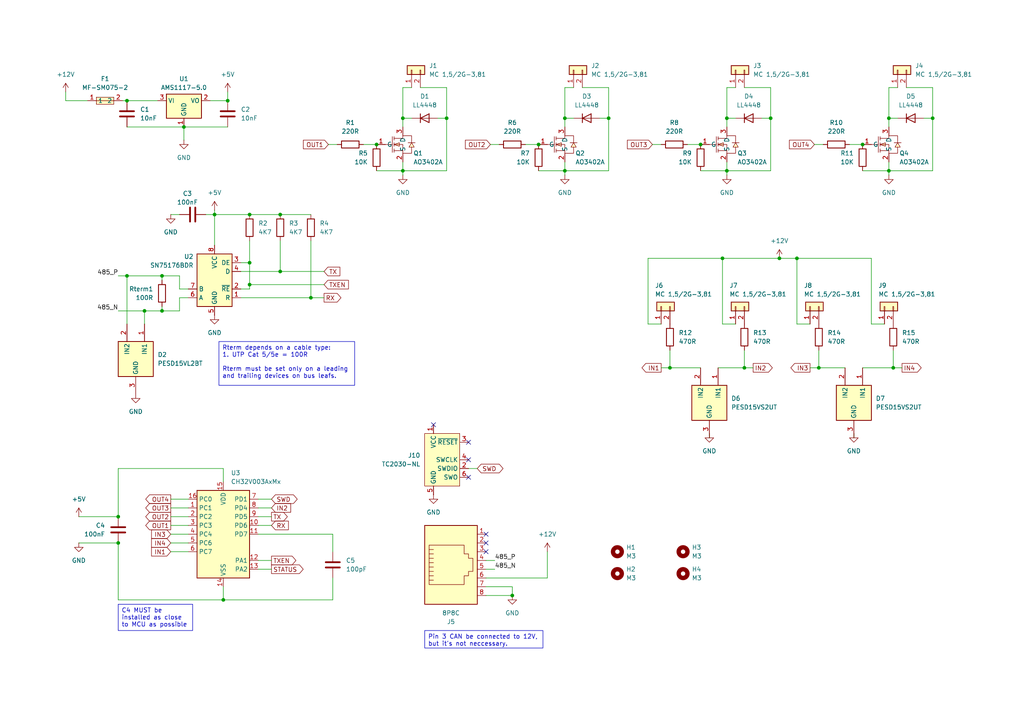
<source format=kicad_sch>
(kicad_sch (version 20250114) (generator "eeschema") (generator_version "9.0")
  (paper "A4")
  (title_block (title "Lamium") (date "2024-11-10") (rev "0.1") (company "B4CKSP4CE") (comment 1 "D. Nourell (@heyflo)") (comment 2 "CERN-OHL-S"))
  (lib_symbols
    (symbol "Connector:8P8C" (pin_names (offset 1.016))
      (property "Reference" "J" (at -5.08 13.97 0))
      (property "Value" "8P8C" (at 2.54 13.97 0))
      (symbol "8P8C_0_1"
        (polyline (pts (xy -6.35 1.905) (xy -5.08 1.905) (xy -5.08 1.905)))
        (polyline (pts (xy -6.35 0.635) (xy -5.08 0.635) (xy -5.08 0.635)))
        (polyline (pts (xy -6.35 -0.635) (xy -5.08 -0.635) (xy -5.08 -0.635)))
        (polyline (pts (xy -6.35 -1.905) (xy -5.08 -1.905) (xy -5.08 -1.905)))
        (polyline (pts (xy -6.35 -3.175) (xy -5.08 -3.175) (xy -5.08 -3.175)))
        (polyline (pts (xy -6.35 -4.445) (xy -6.35 6.985) (xy 3.81 6.985) (xy 3.81 4.445) (xy 5.08 4.445) (xy 5.08 3.175) (xy 6.35 3.175) (xy 6.35 -0.635) (xy 5.08 -0.635) (xy 5.08 -1.905) (xy 3.81 -1.905) (xy 3.81 -4.445) (xy -6.35 -4.445) (xy -6.35 -4.445)))
        (polyline (pts (xy -5.08 5.715) (xy -6.35 5.715)))
        (polyline (pts (xy -5.08 4.445) (xy -6.35 4.445)))
        (polyline (pts (xy -5.08 3.175) (xy -6.35 3.175) (xy -6.35 3.175)))
        (rectangle (start 7.62 12.7) (end -7.62 -10.16) (stroke (width 0.254)) (fill (type background)))
      )
      (symbol "8P8C_1_1"
        (pin passive line (at 10.16 10.16 180) (length 2.54) (name "~") (number "8"))
        (pin passive line (at 10.16 7.62 180) (length 2.54) (name "~") (number "7"))
        (pin passive line (at 10.16 5.08 180) (length 2.54) (name "~") (number "6"))
        (pin passive line (at 10.16 2.54 180) (length 2.54) (name "~") (number "5"))
        (pin passive line (at 10.16 0 180) (length 2.54) (name "~") (number "4"))
        (pin passive line (at 10.16 -2.54 180) (length 2.54) (name "~") (number "3"))
        (pin passive line (at 10.16 -5.08 180) (length 2.54) (name "~") (number "2"))
        (pin passive line (at 10.16 -7.62 180) (length 2.54) (name "~") (number "1"))
      )
    )
    (symbol "Connector:Conn_ARM_SWD_TagConnect_TC2030-NL" (in_bom no)
      (property "Reference" "J" (at 2.54 11.43 0))
      (property "Value" "Conn_ARM_SWD_TagConnect_TC2030-NL" (at 2.54 8.89 0))
      (symbol "Conn_ARM_SWD_TagConnect_TC2030-NL_0_0"
        (pin power_in line (at -2.54 10.16 270) (length 2.54) (name "VCC") (number "1"))
        (pin power_in line (at -2.54 -10.16 90) (length 2.54) (name "GND") (number "5"))
        (pin open_collector line (at 7.62 5.08 180) (length 2.54) (name "~{RESET}") (number "3"))
        (pin output line (at 7.62 0 180) (length 2.54) (name "SWCLK") (number "4"))
        (pin bidirectional line (at 7.62 -2.54 180) (length 2.54) (name "SWDIO") (number "2"))
        (pin input line (at 7.62 -5.08 180) (length 2.54) (name "SWO") (number "6"))
      )
      (symbol "Conn_ARM_SWD_TagConnect_TC2030-NL_0_1"
        (rectangle (start -5.08 7.62) (end 5.08 -7.62) (fill (type background)))
      )
    )
    (symbol "Connector_Generic:Conn_01x02" (pin_names (offset 1.016) (hide yes))
      (property "Reference" "J" (at 0 2.54 0))
      (property "Value" "Conn_01x02" (at 0 -5.08 0))
      (symbol "Conn_01x02_1_1"
        (rectangle (start -1.27 1.27) (end 1.27 -3.81) (stroke (width 0.254)) (fill (type background)))
        (rectangle (start -1.27 0.127) (end 0 -0.127) (stroke (width 0.1524)))
        (rectangle (start -1.27 -2.413) (end 0 -2.667) (stroke (width 0.1524)))
        (pin passive line (at -5.08 0 0) (length 3.81) (name "Pin_1") (number "1"))
        (pin passive line (at -5.08 -2.54 0) (length 3.81) (name "Pin_2") (number "2"))
      )
    )
    (symbol "Custom:AO3402A"
      (property "Reference" "Q" (at 0 10.16 0))
      (property "Value" "AO3402A" (at 0 -10.16 0))
      (symbol "AO3402A_0_1"
        (polyline (pts (xy -5.08 0) (xy -3.05 0)))
        (polyline (pts (xy -3.05 2.29) (xy -3.05 -2.29)))
        (polyline (pts (xy -2.54 2.29) (xy -2.54 1.27)))
        (polyline (pts (xy -2.54 1.78) (xy 0 1.78) (xy 0 2.54) (xy 2.54 2.54) (xy 2.54 0.51)))
        (polyline (pts (xy -2.54 0) (xy -1.02 -0.51) (xy -1.02 0.51) (xy -2.54 0)) (fill (type background)))
        (polyline (pts (xy -2.54 0) (xy 0 0) (xy 0 -2.54) (xy 2.54 -2.54) (xy 2.54 -0.76)))
        (polyline (pts (xy -2.54 -0.51) (xy -2.54 0.51)))
        (polyline (pts (xy -2.54 -2.29) (xy -2.54 -1.27)))
        (polyline (pts (xy 0 -1.78) (xy -2.54 -1.78)))
        (polyline (pts (xy 2.54 0.51) (xy 1.78 -0.76) (xy 3.3 -0.76) (xy 2.54 0.51)) (fill (type background)))
        (polyline (pts (xy 3.56 0.51) (xy 3.05 0.51) (xy 2.03 0.51) (xy 1.52 0.51)))
        (pin unspecified line (at -7.62 0 0) (length 2.54) (name "G") (number "1"))
        (pin unspecified line (at 0 5.08 270) (length 2.54) (name "D") (number "3"))
        (pin unspecified line (at 0 -5.08 90) (length 2.54) (name "S") (number "2"))
      )
    )
    (symbol "Custom:MF-SM075-2"
      (property "Reference" "F" (at 0 5.08 0))
      (property "Value" "MF-SM075-2" (at 0 -5.08 0))
      (symbol "MF-SM075-2_0_1"
        (rectangle (start -2.54 1.02) (end 2.54 -1.02) (fill (type background)))
        (polyline (pts (xy -2.54 0) (xy 2.54 0)))
      )
      (symbol "MF-SM075-2_1_1"
        (pin bidirectional line (at -5.08 0 0) (length 2.54) (name "1") (number "1"))
        (pin bidirectional line (at 5.08 0 180) (length 2.54) (name "2") (number "2"))
      )
    )
    (symbol "Custom:PESD12VL2BT"
      (property "Reference" "D" (at 5.08 8.636 0))
      (property "Value" "PESD15VL2BT" (at 5.08 6.096 0))
      (symbol "PESD12VL2BT_1_1"
        (rectangle (start 5.08 3.81) (end 15.24 -6.35) (stroke (width 0.254)) (fill (type background)))
        (pin passive line (at 0 1.27 0) (length 5.08) (name "IN1") (number "1"))
        (pin passive line (at 0 -3.81 0) (length 5.08) (name "IN2") (number "2"))
        (pin passive line (at 20.32 -1.27 180) (length 5.08) (name "GND") (number "3"))
      )
    )
    (symbol "Custom:PESD15VS2UT"
      (property "Reference" "D" (at 16.51 6.096 0))
      (property "Value" "PESD15VS2UT" (at 16.51 3.556 0))
      (symbol "PESD15VS2UT_1_1"
        (rectangle (start 5.08 3.81) (end 15.24 -6.35) (stroke (width 0.254)) (fill (type background)))
        (pin passive line (at 0 1.27 0) (length 5.08) (name "IN1") (number "1"))
        (pin passive line (at 0 -3.81 0) (length 5.08) (name "IN2") (number "2"))
        (pin passive line (at 20.32 -1.27 180) (length 5.08) (name "GND") (number "3"))
      )
    )
    (symbol "Custom:SN75176BDR"
      (property "Reference" "U" (at -4.318 8.89 0))
      (property "Value" "SN75176BDR" (at 1.016 8.89 0))
      (symbol "SN75176BDR_0_1"
        (rectangle (start -5.08 7.62) (end 5.08 -7.62) (stroke (width 0.254)) (fill (type background)))
      )
      (symbol "SN75176BDR_1_1"
        (pin input line (at -7.62 5.08 0) (length 2.54) (name "DE") (number "3"))
        (pin input line (at -7.62 2.54 0) (length 2.54) (name "D") (number "4"))
        (pin input line (at -7.62 -2.54 0) (length 2.54) (name "~{RE}") (number "2"))
        (pin output line (at -7.62 -5.08 0) (length 2.54) (name "R") (number "1"))
        (pin power_in line (at 0 10.16 270) (length 2.54) (name "VCC") (number "8"))
        (pin power_in line (at 0 -10.16 90) (length 2.54) (name "GND") (number "5"))
        (pin bidirectional line (at 7.62 -2.54 180) (length 2.54) (name "B") (number "7"))
        (pin bidirectional line (at 7.62 -5.08 180) (length 2.54) (name "A") (number "6"))
      )
    )
    (symbol "Device:C" (pin_numbers (hide yes)) (pin_names (offset 0.254))
      (property "Reference" "C" (at 0.635 2.54 0))
      (property "Value" "C" (at 0.635 -2.54 0))
      (symbol "C_0_1"
        (polyline (pts (xy -2.032 0.762) (xy 2.032 0.762)) (stroke (width 0.508)))
        (polyline (pts (xy -2.032 -0.762) (xy 2.032 -0.762)) (stroke (width 0.508)))
      )
      (symbol "C_1_1"
        (pin passive line (at 0 3.81 270) (length 2.794) (name "~") (number "1"))
        (pin passive line (at 0 -3.81 90) (length 2.794) (name "~") (number "2"))
      )
    )
    (symbol "Device:R" (pin_numbers (hide yes)) (pin_names (offset 0))
      (property "Reference" "R" (at 2.032 0 90))
      (property "Value" "R" (at 0 0 90))
      (symbol "R_0_1"
        (rectangle (start -1.016 -2.54) (end 1.016 2.54) (stroke (width 0.254)))
      )
      (symbol "R_1_1"
        (pin passive line (at 0 3.81 270) (length 1.27) (name "~") (number "1"))
        (pin passive line (at 0 -3.81 90) (length 1.27) (name "~") (number "2"))
      )
    )
    (symbol "Diode:LL4448" (pin_numbers (hide yes)) (pin_names (hide yes))
      (property "Reference" "D" (at 0 2.54 0))
      (property "Value" "LL4448" (at 0 -2.54 0))
      (symbol "LL4448_0_1"
        (polyline (pts (xy -1.27 1.27) (xy -1.27 -1.27)) (stroke (width 0.254)))
        (polyline (pts (xy 1.27 1.27) (xy 1.27 -1.27) (xy -1.27 0) (xy 1.27 1.27)) (stroke (width 0.254)))
        (polyline (pts (xy 1.27 0) (xy -1.27 0)))
      )
      (symbol "LL4448_1_1"
        (pin passive line (at -3.81 0 0) (length 2.54) (name "K") (number "1"))
        (pin passive line (at 3.81 0 180) (length 2.54) (name "A") (number "2"))
      )
    )
    (symbol "MCU_WCH_CH32V0:CH32V003AxMx"
      (property "Reference" "U" (at -7.62 15.24 0))
      (property "Value" "CH32V003AxMx" (at 7.62 15.24 0))
      (symbol "CH32V003AxMx_1_1"
        (rectangle (start -7.62 12.7) (end 7.62 -12.7) (stroke (width 0.254)) (fill (type background)))
        (pin bidirectional line (at -10.16 10.16 0) (length 2.54) (name "PC0") (number "16"))
        (pin bidirectional line (at -10.16 7.62 0) (length 2.54) (name "PC1") (number "1"))
        (pin bidirectional line (at -10.16 5.08 0) (length 2.54) (name "PC2") (number "2"))
        (pin bidirectional line (at -10.16 2.54 0) (length 2.54) (name "PC3") (number "3"))
        (pin bidirectional line (at -10.16 0 0) (length 2.54) (name "PC4") (number "4"))
        (pin bidirectional line (at -10.16 -2.54 0) (length 2.54) (name "PC6") (number "5"))
        (pin bidirectional line (at -10.16 -5.08 0) (length 2.54) (name "PC7") (number "6"))
        (pin power_in line (at 0 15.24 270) (length 2.54) (name "VDD") (number "15"))
        (pin power_in line (at 0 -15.24 90) (length 2.54) (name "VSS") (number "14"))
        (pin bidirectional line (at 10.16 10.16 180) (length 2.54) (name "PD1") (number "7"))
        (pin bidirectional line (at 10.16 7.62 180) (length 2.54) (name "PD4") (number "8"))
        (pin bidirectional line (at 10.16 5.08 180) (length 2.54) (name "PD5") (number "9"))
        (pin bidirectional line (at 10.16 2.54 180) (length 2.54) (name "PD6") (number "10"))
        (pin bidirectional line (at 10.16 0 180) (length 2.54) (name "PD7") (number "11"))
        (pin bidirectional line (at 10.16 -7.62 180) (length 2.54) (name "PA1") (number "12"))
        (pin bidirectional line (at 10.16 -10.16 180) (length 2.54) (name "PA2") (number "13"))
      )
    )
    (symbol "Mechanical:MountingHole" (pin_names (offset 1.016)) (exclude_from_sim yes) (in_bom no)
      (property "Reference" "H" (at 0 5.08 0))
      (property "Value" "MountingHole" (at 0 3.175 0))
      (symbol "MountingHole_0_1"
        (circle (center 0 0) (radius 1.27) (stroke (width 1.27)))
      )
    )
    (symbol "Regulator_Linear:AMS1117-5.0"
      (property "Reference" "U" (at -3.81 3.175 0))
      (property "Value" "AMS1117-5.0" (at 0 3.175 0))
      (symbol "AMS1117-5.0_0_1"
        (rectangle (start -5.08 -5.08) (end 5.08 1.905) (stroke (width 0.254)) (fill (type background)))
      )
      (symbol "AMS1117-5.0_1_1"
        (pin power_in line (at -7.62 0 0) (length 2.54) (name "VI") (number "3"))
        (pin power_in line (at 0 -7.62 90) (length 2.54) (name "GND") (number "1"))
        (pin power_out line (at 7.62 0 180) (length 2.54) (name "VO") (number "2"))
      )
    )
    (symbol "power:+12V" (power) (pin_numbers (hide yes)) (pin_names (offset 0) (hide yes))
      (property "Value" "+12V" (at 0 3.556 0))
      (symbol "+12V_0_1"
        (polyline (pts (xy -0.762 1.27) (xy 0 2.54)))
        (polyline (pts (xy 0 2.54) (xy 0.762 1.27)))
        (polyline (pts (xy 0 0) (xy 0 2.54)))
      )
      (symbol "+12V_1_1"
        (pin power_in line (at 0 0 90) (length 0) (name "~") (number "1"))
      )
    )
    (symbol "power:+5V" (power) (pin_numbers (hide yes)) (pin_names (offset 0) (hide yes))
      (property "Value" "+5V" (at 0 3.556 0))
      (symbol "+5V_0_1"
        (polyline (pts (xy -0.762 1.27) (xy 0 2.54)))
        (polyline (pts (xy 0 2.54) (xy 0.762 1.27)))
        (polyline (pts (xy 0 0) (xy 0 2.54)))
      )
      (symbol "+5V_1_1"
        (pin power_in line (at 0 0 90) (length 0) (name "~") (number "1"))
      )
    )
    (symbol "power:GND" (power) (pin_numbers (hide yes)) (pin_names (offset 0) (hide yes))
      (property "Value" "GND" (at 0 -3.81 0))
      (symbol "GND_0_1"
        (polyline (pts (xy 0 0) (xy 0 -1.27) (xy 1.27 -1.27) (xy 0 -2.54) (xy -1.27 -1.27) (xy 0 -1.27)))
      )
      (symbol "GND_1_1"
        (pin power_in line (at 0 0 270) (length 0) (name "~") (number "1"))
      )
    )
  )
  (text_box "C4 MUST be installed as close to MCU as possible" (at 34.29 175.26 0) (size 21.59 7.62) (margins 0.9525 0.9525 0.9525 0.9525) (effects (font (size 1.27 1.27) (thickness 0.1588)) (justify left top)))
  (text_box "Pin 3 CAN be connected to 12V,\nbut it's not neccessary." (at 123.19 182.88 0) (size 34.29 5.08) (margins 0.9525 0.9525 0.9525 0.9525) (effects (font (size 1.27 1.27) (thickness 0.1588)) (justify left top)))
  (text_box "Rterm depends on a cable type:\n1. UTP Cat 5/5e = 100R\n\nRterm must be set only on a leading \nand trailing devices on bus leafs." (at 63.5 99.06 0) (size 39.37 12.7) (margins 0.9525 0.9525 0.9525 0.9525) (effects (font (size 1.27 1.27) (thickness 0.1588)) (justify left top)))
  (junction (at 129.54 34.29))
  (junction (at 34.29 149.86))
  (junction (at 36.83 29.21))
  (junction (at 81.28 62.23))
  (junction (at 64.77 173.99))
  (junction (at 62.23 62.23))
  (junction (at 259.08 106.68))
  (junction (at 163.83 49.53))
  (junction (at 148.59 172.72))
  (junction (at 257.81 49.53))
  (junction (at 81.28 78.74))
  (junction (at 72.39 82.55))
  (junction (at 250.19 41.91))
  (junction (at 210.82 49.53))
  (junction (at 36.83 80.01))
  (junction (at 237.49 106.68))
  (junction (at 72.39 62.23))
  (junction (at 210.82 34.29))
  (junction (at 34.29 157.48))
  (junction (at 203.2 41.91))
  (junction (at 215.9 106.68))
  (junction (at 163.83 34.29))
  (junction (at 90.17 86.36))
  (junction (at 226.06 74.93))
  (junction (at 109.22 41.91))
  (junction (at 156.21 41.91))
  (junction (at 194.31 106.68))
  (junction (at 209.55 74.93))
  (junction (at 231.14 74.93))
  (junction (at 41.91 90.17))
  (junction (at 53.34 36.83))
  (junction (at 46.99 80.01))
  (junction (at 270.51 34.29))
  (junction (at 116.84 34.29))
  (junction (at 223.52 34.29))
  (junction (at 46.99 90.17))
  (junction (at 257.81 34.29))
  (junction (at 176.53 34.29))
  (junction (at 72.39 76.2))
  (junction (at 66.04 29.21))
  (junction (at 116.84 49.53))
  (no_connect (at 125.73 123.19))
  (no_connect (at 140.97 157.48))
  (no_connect (at 135.89 128.27))
  (no_connect (at 140.97 160.02))
  (no_connect (at 140.97 154.94))
  (no_connect (at 135.89 138.43))
  (no_connect (at 135.89 133.35))
  (wire (pts (xy 49.53 152.4) (xy 54.61 152.4)))
  (wire (pts (xy 247.65 127) (xy 247.65 125.73)))
  (wire (pts (xy 237.49 101.6) (xy 237.49 106.68)))
  (wire (pts (xy 215.9 106.68) (xy 218.44 106.68)))
  (wire (pts (xy 119.38 34.29) (xy 116.84 34.29)))
  (wire (pts (xy 59.69 62.23) (xy 62.23 62.23)))
  (wire (pts (xy 49.53 160.02) (xy 54.61 160.02)))
  (wire (pts (xy 210.82 49.53) (xy 210.82 50.8)))
  (wire (pts (xy 96.52 173.99) (xy 96.52 167.64)))
  (wire (pts (xy 62.23 62.23) (xy 62.23 71.12)))
  (wire (pts (xy 74.93 144.78) (xy 78.74 144.78)))
  (wire (pts (xy 140.97 165.1) (xy 143.51 165.1)))
  (wire (pts (xy 19.05 26.67) (xy 19.05 29.21)))
  (wire (pts (xy 262.89 25.4) (xy 270.51 25.4)))
  (wire (pts (xy 166.37 25.4) (xy 163.83 25.4)))
  (wire (pts (xy 142.24 41.91) (xy 144.78 41.91)))
  (wire (pts (xy 166.37 34.29) (xy 163.83 34.29)))
  (wire (pts (xy 208.28 106.68) (xy 215.9 106.68)))
  (wire (pts (xy 49.53 149.86) (xy 54.61 149.86)))
  (wire (pts (xy 109.22 49.53) (xy 116.84 49.53)))
  (wire (pts (xy 121.92 25.4) (xy 129.54 25.4)))
  (wire (pts (xy 234.95 106.68) (xy 237.49 106.68)))
  (wire (pts (xy 163.83 49.53) (xy 163.83 50.8)))
  (wire (pts (xy 191.77 106.68) (xy 194.31 106.68)))
  (wire (pts (xy 36.83 80.01) (xy 46.99 80.01)))
  (wire (pts (xy 116.84 34.29) (xy 116.84 36.83)))
  (wire (pts (xy 129.54 34.29) (xy 129.54 49.53)))
  (wire (pts (xy 46.99 80.01) (xy 46.99 81.28)))
  (wire (pts (xy 53.34 36.83) (xy 53.34 40.64)))
  (wire (pts (xy 49.53 157.48) (xy 54.61 157.48)))
  (wire (pts (xy 52.07 86.36) (xy 54.61 86.36)))
  (wire (pts (xy 215.9 106.68) (xy 215.9 101.6)))
  (wire (pts (xy 203.2 49.53) (xy 210.82 49.53)))
  (wire (pts (xy 270.51 25.4) (xy 270.51 34.29)))
  (wire (pts (xy 72.39 82.55) (xy 93.98 82.55)))
  (wire (pts (xy 46.99 88.9) (xy 46.99 90.17)))
  (wire (pts (xy 257.81 49.53) (xy 257.81 50.8)))
  (wire (pts (xy 270.51 34.29) (xy 270.51 49.53)))
  (wire (pts (xy 152.4 41.91) (xy 156.21 41.91)))
  (wire (pts (xy 36.83 80.01) (xy 36.83 93.98)))
  (wire (pts (xy 194.31 101.6) (xy 194.31 106.68)))
  (wire (pts (xy 213.36 34.29) (xy 210.82 34.29)))
  (wire (pts (xy 140.97 170.18) (xy 148.59 170.18)))
  (wire (pts (xy 49.53 144.78) (xy 54.61 144.78)))
  (wire (pts (xy 52.07 90.17) (xy 52.07 86.36)))
  (wire (pts (xy 246.38 41.91) (xy 250.19 41.91)))
  (wire (pts (xy 74.93 152.4) (xy 78.74 152.4)))
  (wire (pts (xy 81.28 78.74) (xy 81.28 69.85)))
  (wire (pts (xy 116.84 46.99) (xy 116.84 49.53)))
  (wire (pts (xy 96.52 154.94) (xy 96.52 160.02)))
  (wire (pts (xy 36.83 29.21) (xy 45.72 29.21)))
  (wire (pts (xy 138.43 135.89) (xy 135.89 135.89)))
  (wire (pts (xy 72.39 69.85) (xy 72.39 76.2)))
  (wire (pts (xy 46.99 90.17) (xy 52.07 90.17)))
  (wire (pts (xy 66.04 26.67) (xy 66.04 29.21)))
  (wire (pts (xy 187.96 74.93) (xy 209.55 74.93)))
  (wire (pts (xy 210.82 49.53) (xy 223.52 49.53)))
  (wire (pts (xy 34.29 149.86) (xy 34.29 135.89)))
  (wire (pts (xy 34.29 157.48) (xy 34.29 173.99)))
  (wire (pts (xy 148.59 172.72) (xy 140.97 172.72)))
  (wire (pts (xy 41.91 90.17) (xy 46.99 90.17)))
  (wire (pts (xy 49.53 154.94) (xy 54.61 154.94)))
  (wire (pts (xy 209.55 74.93) (xy 226.06 74.93)))
  (wire (pts (xy 60.96 29.21) (xy 66.04 29.21)))
  (wire (pts (xy 72.39 62.23) (xy 81.28 62.23)))
  (wire (pts (xy 74.93 154.94) (xy 96.52 154.94)))
  (wire (pts (xy 34.29 173.99) (xy 64.77 173.99)))
  (wire (pts (xy 148.59 170.18) (xy 148.59 172.72)))
  (wire (pts (xy 64.77 173.99) (xy 96.52 173.99)))
  (wire (pts (xy 140.97 162.56) (xy 143.51 162.56)))
  (wire (pts (xy 49.53 147.32) (xy 54.61 147.32)))
  (wire (pts (xy 252.73 93.98) (xy 256.54 93.98)))
  (wire (pts (xy 168.91 25.4) (xy 176.53 25.4)))
  (wire (pts (xy 158.75 160.02) (xy 158.75 167.64)))
  (wire (pts (xy 105.41 41.91) (xy 109.22 41.91)))
  (wire (pts (xy 64.77 173.99) (xy 64.77 170.18)))
  (wire (pts (xy 116.84 49.53) (xy 129.54 49.53)))
  (wire (pts (xy 205.74 125.73) (xy 205.74 127)))
  (wire (pts (xy 62.23 60.96) (xy 62.23 62.23)))
  (wire (pts (xy 250.19 49.53) (xy 257.81 49.53)))
  (wire (pts (xy 62.23 62.23) (xy 72.39 62.23)))
  (wire (pts (xy 158.75 167.64) (xy 140.97 167.64)))
  (wire (pts (xy 257.81 49.53) (xy 270.51 49.53)))
  (wire (pts (xy 72.39 82.55) (xy 72.39 83.82)))
  (wire (pts (xy 81.28 78.74) (xy 93.98 78.74)))
  (wire (pts (xy 209.55 93.98) (xy 209.55 74.93)))
  (wire (pts (xy 231.14 74.93) (xy 252.73 74.93)))
  (wire (pts (xy 69.85 86.36) (xy 90.17 86.36)))
  (wire (pts (xy 64.77 135.89) (xy 64.77 139.7)))
  (wire (pts (xy 260.35 25.4) (xy 257.81 25.4)))
  (wire (pts (xy 95.25 41.91) (xy 97.79 41.91)))
  (wire (pts (xy 215.9 25.4) (xy 223.52 25.4)))
  (wire (pts (xy 163.83 49.53) (xy 176.53 49.53)))
  (wire (pts (xy 213.36 25.4) (xy 210.82 25.4)))
  (wire (pts (xy 41.91 93.98) (xy 41.91 90.17)))
  (wire (pts (xy 52.07 83.82) (xy 54.61 83.82)))
  (wire (pts (xy 35.56 29.21) (xy 36.83 29.21)))
  (wire (pts (xy 260.35 34.29) (xy 257.81 34.29)))
  (wire (pts (xy 176.53 34.29) (xy 176.53 49.53)))
  (wire (pts (xy 220.98 34.29) (xy 223.52 34.29)))
  (wire (pts (xy 231.14 93.98) (xy 231.14 74.93)))
  (wire (pts (xy 34.29 135.89) (xy 64.77 135.89)))
  (wire (pts (xy 234.95 93.98) (xy 231.14 93.98)))
  (wire (pts (xy 252.73 74.93) (xy 252.73 93.98)))
  (wire (pts (xy 226.06 74.93) (xy 231.14 74.93)))
  (wire (pts (xy 267.97 34.29) (xy 270.51 34.29)))
  (wire (pts (xy 90.17 86.36) (xy 93.98 86.36)))
  (wire (pts (xy 213.36 93.98) (xy 209.55 93.98)))
  (wire (pts (xy 53.34 36.83) (xy 66.04 36.83)))
  (wire (pts (xy 187.96 93.98) (xy 187.96 74.93)))
  (wire (pts (xy 116.84 49.53) (xy 116.84 50.8)))
  (wire (pts (xy 127 34.29) (xy 129.54 34.29)))
  (wire (pts (xy 210.82 46.99) (xy 210.82 49.53)))
  (wire (pts (xy 81.28 62.23) (xy 90.17 62.23)))
  (wire (pts (xy 22.86 149.86) (xy 34.29 149.86)))
  (wire (pts (xy 236.22 41.91) (xy 238.76 41.91)))
  (wire (pts (xy 257.81 25.4) (xy 257.81 34.29)))
  (wire (pts (xy 74.93 162.56) (xy 78.74 162.56)))
  (wire (pts (xy 129.54 25.4) (xy 129.54 34.29)))
  (wire (pts (xy 34.29 80.01) (xy 36.83 80.01)))
  (wire (pts (xy 34.29 90.17) (xy 41.91 90.17)))
  (wire (pts (xy 237.49 106.68) (xy 245.11 106.68)))
  (wire (pts (xy 74.93 147.32) (xy 78.74 147.32)))
  (wire (pts (xy 199.39 41.91) (xy 203.2 41.91)))
  (wire (pts (xy 163.83 34.29) (xy 163.83 36.83)))
  (wire (pts (xy 49.53 62.23) (xy 52.07 62.23)))
  (wire (pts (xy 223.52 25.4) (xy 223.52 34.29)))
  (wire (pts (xy 72.39 76.2) (xy 72.39 82.55)))
  (wire (pts (xy 176.53 25.4) (xy 176.53 34.29)))
  (wire (pts (xy 163.83 46.99) (xy 163.83 49.53)))
  (wire (pts (xy 69.85 76.2) (xy 72.39 76.2)))
  (wire (pts (xy 223.52 34.29) (xy 223.52 49.53)))
  (wire (pts (xy 189.23 41.91) (xy 191.77 41.91)))
  (wire (pts (xy 119.38 25.4) (xy 116.84 25.4)))
  (wire (pts (xy 116.84 25.4) (xy 116.84 34.29)))
  (wire (pts (xy 257.81 46.99) (xy 257.81 49.53)))
  (wire (pts (xy 257.81 34.29) (xy 257.81 36.83)))
  (wire (pts (xy 74.93 165.1) (xy 78.74 165.1)))
  (wire (pts (xy 173.99 34.29) (xy 176.53 34.29)))
  (wire (pts (xy 36.83 36.83) (xy 53.34 36.83)))
  (wire (pts (xy 156.21 49.53) (xy 163.83 49.53)))
  (wire (pts (xy 210.82 25.4) (xy 210.82 34.29)))
  (wire (pts (xy 19.05 29.21) (xy 25.4 29.21)))
  (wire (pts (xy 52.07 80.01) (xy 52.07 83.82)))
  (wire (pts (xy 259.08 106.68) (xy 261.62 106.68)))
  (wire (pts (xy 72.39 83.82) (xy 69.85 83.82)))
  (wire (pts (xy 22.86 157.48) (xy 34.29 157.48)))
  (wire (pts (xy 90.17 86.36) (xy 90.17 69.85)))
  (wire (pts (xy 69.85 78.74) (xy 81.28 78.74)))
  (wire (pts (xy 46.99 80.01) (xy 52.07 80.01)))
  (wire (pts (xy 210.82 34.29) (xy 210.82 36.83)))
  (wire (pts (xy 163.83 25.4) (xy 163.83 34.29)))
  (wire (pts (xy 74.93 149.86) (xy 78.74 149.86)))
  (wire (pts (xy 250.19 106.68) (xy 259.08 106.68)))
  (wire (pts (xy 259.08 106.68) (xy 259.08 101.6)))
  (wire (pts (xy 191.77 93.98) (xy 187.96 93.98)))
  (wire (pts (xy 194.31 106.68) (xy 203.2 106.68)))
  (label "485_P" (at 34.29 80.01 180))
  (label "485_N" (at 143.51 165.1 0))
  (label "485_N" (at 34.29 90.17 180))
  (label "485_P" (at 143.51 162.56 0))
  (global_label "IN1" (shape input) (at 49.53 160.02 180) (property "Intersheetrefs" "${INTERSHEET_REFS}" (effects (hide yes))))
  (global_label "SWD" (shape bidirectional) (at 138.43 135.89 0) (property "Intersheetrefs" "${INTERSHEET_REFS}" (effects (hide yes))))
  (global_label "TXEN" (shape output) (at 78.74 162.56 0) (property "Intersheetrefs" "${INTERSHEET_REFS}" (effects (hide yes))))
  (global_label "IN4" (shape input) (at 49.53 157.48 180) (property "Intersheetrefs" "${INTERSHEET_REFS}" (effects (hide yes))))
  (global_label "IN2" (shape output) (at 218.44 106.68 0) (property "Intersheetrefs" "${INTERSHEET_REFS}" (effects (hide yes))))
  (global_label "OUT3" (shape input) (at 189.23 41.91 180) (property "Intersheetrefs" "${INTERSHEET_REFS}" (effects (hide yes))))
  (global_label "OUT3" (shape output) (at 49.53 147.32 180) (property "Intersheetrefs" "${INTERSHEET_REFS}" (effects (hide yes))))
  (global_label "OUT1" (shape output) (at 49.53 152.4 180) (property "Intersheetrefs" "${INTERSHEET_REFS}" (effects (hide yes))))
  (global_label "OUT4" (shape output) (at 49.53 144.78 180) (property "Intersheetrefs" "${INTERSHEET_REFS}" (effects (hide yes))))
  (global_label "IN2" (shape input) (at 78.74 147.32 0) (property "Intersheetrefs" "${INTERSHEET_REFS}" (effects (hide yes))))
  (global_label "TX" (shape output) (at 78.74 149.86 0) (property "Intersheetrefs" "${INTERSHEET_REFS}" (effects (hide yes))))
  (global_label "IN3" (shape input) (at 49.53 154.94 180) (property "Intersheetrefs" "${INTERSHEET_REFS}" (effects (hide yes))))
  (global_label "RX" (shape output) (at 93.98 86.36 0) (property "Intersheetrefs" "${INTERSHEET_REFS}" (effects (hide yes))))
  (global_label "OUT4" (shape input) (at 236.22 41.91 180) (property "Intersheetrefs" "${INTERSHEET_REFS}" (effects (hide yes))))
  (global_label "IN1" (shape output) (at 191.77 106.68 180) (property "Intersheetrefs" "${INTERSHEET_REFS}" (effects (hide yes))))
  (global_label "STATUS" (shape output) (at 78.74 165.1 0) (property "Intersheetrefs" "${INTERSHEET_REFS}" (effects (hide yes))))
  (global_label "IN4" (shape output) (at 261.62 106.68 0) (property "Intersheetrefs" "${INTERSHEET_REFS}" (effects (hide yes))))
  (global_label "RX" (shape input) (at 78.74 152.4 0) (property "Intersheetrefs" "${INTERSHEET_REFS}" (effects (hide yes))))
  (global_label "OUT1" (shape input) (at 95.25 41.91 180) (property "Intersheetrefs" "${INTERSHEET_REFS}" (effects (hide yes))))
  (global_label "OUT2" (shape input) (at 142.24 41.91 180) (property "Intersheetrefs" "${INTERSHEET_REFS}" (effects (hide yes))))
  (global_label "OUT2" (shape output) (at 49.53 149.86 180) (property "Intersheetrefs" "${INTERSHEET_REFS}" (effects (hide yes))))
  (global_label "SWD" (shape bidirectional) (at 78.74 144.78 0) (property "Intersheetrefs" "${INTERSHEET_REFS}" (effects (hide yes))))
  (global_label "TXEN" (shape input) (at 93.98 82.55 0) (property "Intersheetrefs" "${INTERSHEET_REFS}" (effects (hide yes))))
  (global_label "IN3" (shape output) (at 234.95 106.68 180) (property "Intersheetrefs" "${INTERSHEET_REFS}" (effects (hide yes))))
  (global_label "TX" (shape input) (at 93.98 78.74 0) (property "Intersheetrefs" "${INTERSHEET_REFS}" (effects (hide yes))))
  (symbol (lib_id "Device:R") (at 148.59 41.91 270) (unit 1)
    (property "Reference" "R6" (at 148.59 35.56 90))
    (property "Value" "220R" (at 148.59 38.1 90))
    (property "Footprint" "Resistor_SMD:R_1206_3216Metric" (effects (hide yes)))
    (property "Description" "Resistor" (effects (hide yes)))
  )
  (symbol (lib_id "Custom:PESD12VL2BT") (at 40.64 93.98 270) (unit 1)
    (property "Reference" "D2" (at 45.72 102.8699 90) (effects (justify left)))
    (property "Value" "PESD15VL2BT" (at 45.72 105.4099 90) (effects (justify left)))
    (property "Footprint" "Package_TO_SOT_SMD:SOT-23" (effects (hide yes)))
    (property "Datasheet" "https://assets.nexperia.com/documents/data-sheet/PESDXS2UT_SERIES.pdf" (effects (hide yes)))
    (property "Description" "Dual Bi-Directional TVS, 12V Operational, 15.8V Breakdown, 200W" (effects (hide yes)))
    (property "Height" "1.1" (effects (hide yes)))
    (property "Mouser Part Number" "771-PESD15VS2UT-T/R" (effects (hide yes)))
    (property "Mouser Price/Stock" "https://www.mouser.co.uk/ProductDetail/Nexperia/PESD15VS2UT215?qs=LOCUfHb8d9u9Mp9X1kxKXg%3D%3D" (effects (hide yes)))
    (property "Manufacturer_Name" "Nexperia" (effects (hide yes)))
    (property "Manufacturer_Part_Number" "PESD15VS2UT,215" (effects (hide yes)))
  )
  (symbol (lib_id "Device:R") (at 250.19 45.72 0) (unit 1)
    (property "Reference" "R11" (at 247.65 44.4499 0) (effects (justify right)))
    (property "Value" "10K" (at 247.65 46.9899 0) (effects (justify right)))
    (property "Footprint" "Resistor_SMD:R_1206_3216Metric" (effects (hide yes)))
    (property "Description" "Resistor" (effects (hide yes)))
  )
  (symbol (lib_id "power:GND") (at 205.74 125.73 0) (unit 1)
    (property "Reference" "#PWR017" (effects (hide yes)))
    (property "Value" "GND" (at 205.74 130.81 0))
    (property "Description" "Power symbol creates a global label with name \"GND\" , ground" (effects (hide yes)))
  )
  (symbol (lib_id "Diode:LL4448") (at 123.19 34.29 0) (unit 1)
    (property "Reference" "D1" (at 123.19 27.94 0))
    (property "Value" "LL4448" (at 123.19 30.48 0))
    (property "Footprint" "Diode_SMD:D_MiniMELF" (effects (hide yes)))
    (property "Datasheet" "http://www.vishay.com/docs/85557/ll4148.pdf" (effects (hide yes)))
    (property "Description" "100V 0.15A standard switching diode, MiniMELF" (effects (hide yes)))
    (property "Sim.Device" "D" (effects (hide yes)))
    (property "Sim.Pins" "1=K 2=A" (effects (hide yes)))
  )
  (symbol (lib_id "Connector_Generic:Conn_01x02") (at 166.37 20.32 90) (unit 1)
    (property "Reference" "J2" (at 171.45 19.0499 90) (effects (justify right)))
    (property "Value" "MC 1,5/2G-3,81" (at 171.45 21.5899 90) (effects (justify right)))
    (property "Footprint" "Connector_Phoenix_MC:PhoenixContact_MC_1,5_2-G-3.81_1x02_P3.81mm_Horizontal" (effects (hide yes)))
    (property "Description" "Generic connector, single row, 01x02, script generated (kicad-library-utils/schlib/autogen/connector/)" (effects (hide yes)))
  )
  (symbol (lib_id "power:GND") (at 49.53 62.23 0) (unit 1)
    (property "Reference" "#PWR06" (effects (hide yes)))
    (property "Value" "GND" (at 49.53 67.31 0))
    (property "Description" "Power symbol creates a global label with name \"GND\" , ground" (effects (hide yes)))
  )
  (symbol (lib_id "power:+12V") (at 226.06 74.93 0) (unit 1)
    (property "Reference" "#PWR016" (effects (hide yes)))
    (property "Value" "+12V" (at 226.06 69.85 0))
    (property "Description" "Power symbol creates a global label with name \"+12V\"" (effects (hide yes)))
  )
  (symbol (lib_id "Diode:LL4448") (at 170.18 34.29 0) (unit 1)
    (property "Reference" "D3" (at 170.18 27.94 0))
    (property "Value" "LL4448" (at 170.18 30.48 0))
    (property "Footprint" "Diode_SMD:D_MiniMELF" (effects (hide yes)))
    (property "Datasheet" "http://www.vishay.com/docs/85557/ll4148.pdf" (effects (hide yes)))
    (property "Description" "100V 0.15A standard switching diode, MiniMELF" (effects (hide yes)))
    (property "Sim.Device" "D" (effects (hide yes)))
    (property "Sim.Pins" "1=K 2=A" (effects (hide yes)))
  )
  (symbol (lib_id "power:+12V") (at 19.05 26.67 0) (unit 1)
    (property "Reference" "#PWR011" (effects (hide yes)))
    (property "Value" "+12V" (at 19.05 21.59 0))
    (property "Description" "Power symbol creates a global label with name \"+12V\"" (effects (hide yes)))
  )
  (symbol (lib_id "Connector_Generic:Conn_01x02") (at 260.35 20.32 90) (unit 1)
    (property "Reference" "J4" (at 265.43 19.0499 90) (effects (justify right)))
    (property "Value" "MC 1,5/2G-3,81" (at 265.43 21.5899 90) (effects (justify right)))
    (property "Footprint" "Connector_Phoenix_MC:PhoenixContact_MC_1,5_2-G-3.81_1x02_P3.81mm_Horizontal" (effects (hide yes)))
    (property "Description" "Generic connector, single row, 01x02, script generated (kicad-library-utils/schlib/autogen/connector/)" (effects (hide yes)))
  )
  (symbol (lib_id "Device:R") (at 259.08 97.79 0) (unit 1)
    (property "Reference" "R15" (at 261.62 96.5199 0) (effects (justify left)))
    (property "Value" "470R" (at 261.62 99.0599 0) (effects (justify left)))
    (property "Footprint" "Resistor_SMD:R_1206_3216Metric" (effects (hide yes)))
    (property "Description" "Resistor" (effects (hide yes)))
  )
  (symbol (lib_id "Custom:PESD15VS2UT") (at 248.92 106.68 270) (unit 1)
    (property "Reference" "D7" (at 254 115.5699 90) (effects (justify left)))
    (property "Value" "PESD15VS2UT" (at 254 118.1099 90) (effects (justify left)))
    (property "Footprint" "Package_TO_SOT_SMD:SOT-23" (effects (hide yes)))
    (property "Datasheet" "https://assets.nexperia.com/documents/data-sheet/PESDXS2UT_SERIES.pdf" (effects (hide yes)))
    (property "Description" "Dual Uni-Directional TVS, 15V Operational, 18.4V Breakdown, 160W" (effects (hide yes)))
    (property "Height" "1.1" (effects (hide yes)))
    (property "Mouser Part Number" "771-PESD15VS2UT-T/R" (effects (hide yes)))
    (property "Mouser Price/Stock" "https://www.mouser.co.uk/ProductDetail/Nexperia/PESD15VS2UT215?qs=LOCUfHb8d9u9Mp9X1kxKXg%3D%3D" (effects (hide yes)))
    (property "Manufacturer_Name" "Nexperia" (effects (hide yes)))
    (property "Manufacturer_Part_Number" "PESD15VS2UT,215" (effects (hide yes)))
  )
  (symbol (lib_id "MCU_WCH_CH32V0:CH32V003AxMx") (at 64.77 154.94 0) (unit 1)
    (property "Reference" "U3" (at 66.9641 137.16 0) (effects (justify left)))
    (property "Value" "CH32V003AxMx" (at 66.9641 139.7 0) (effects (justify left)))
    (property "Footprint" "Package_SO:SOP-16_3.9x9.9mm_P1.27mm" (effects (hide yes)))
    (property "Datasheet" "https://www.wch-ic.com/products/CH32V003.html" (effects (hide yes)))
    (property "Description" "CH32V003 series are industrial-grade general-purpose microcontrollers designed based on 32-bit RISC-V instruction set and architecture. It adopts QingKe V2A core, RV32EC instruction set, and supports 2 levels of interrupt nesting. The series are mounted with rich peripheral interfaces and function modules. Its internal organizational structure meets the low-cost and low-power embedded application scenarios." (effects (hide yes)))
  )
  (symbol (lib_id "Device:R") (at 203.2 45.72 0) (unit 1)
    (property "Reference" "R9" (at 200.66 44.4499 0) (effects (justify right)))
    (property "Value" "10K" (at 200.66 46.9899 0) (effects (justify right)))
    (property "Footprint" "Resistor_SMD:R_1206_3216Metric" (effects (hide yes)))
    (property "Description" "Resistor" (effects (hide yes)))
  )
  (symbol (lib_id "Mechanical:MountingHole") (at 198.12 160.02 0) (unit 1) (exclude_from_sim yes) (in_bom no)
    (property "Reference" "H3" (at 200.66 158.7499 0) (effects (justify left)))
    (property "Value" "M3" (at 200.66 161.2899 0) (effects (justify left)))
    (property "Footprint" "MountingHole:MountingHole_3.2mm_M3" (effects (hide yes)))
    (property "Description" "Mounting Hole without connection" (effects (hide yes)))
  )
  (symbol (lib_id "Device:R") (at 215.9 97.79 0) (unit 1)
    (property "Reference" "R13" (at 218.44 96.5199 0) (effects (justify left)))
    (property "Value" "470R" (at 218.44 99.0599 0) (effects (justify left)))
    (property "Footprint" "Resistor_SMD:R_1206_3216Metric" (effects (hide yes)))
    (property "Description" "Resistor" (effects (hide yes)))
  )
  (symbol (lib_id "power:GND") (at 148.59 172.72 0) (unit 1)
    (property "Reference" "#PWR015" (effects (hide yes)))
    (property "Value" "GND" (at 148.59 177.8 0))
    (property "Description" "Power symbol creates a global label with name \"GND\" , ground" (effects (hide yes)))
  )
  (symbol (lib_id "Custom:PESD15VS2UT") (at 207.01 106.68 270) (unit 1)
    (property "Reference" "D6" (at 212.09 115.5699 90) (effects (justify left)))
    (property "Value" "PESD15VS2UT" (at 212.09 118.1099 90) (effects (justify left)))
    (property "Footprint" "Package_TO_SOT_SMD:SOT-23" (effects (hide yes)))
    (property "Datasheet" "https://assets.nexperia.com/documents/data-sheet/PESDXS2UT_SERIES.pdf" (effects (hide yes)))
    (property "Description" "Dual Uni-Directional TVS, 15V Operational, 18.4V Breakdown, 160W" (effects (hide yes)))
    (property "Height" "1.1" (effects (hide yes)))
    (property "Mouser Part Number" "771-PESD15VS2UT-T/R" (effects (hide yes)))
    (property "Mouser Price/Stock" "https://www.mouser.co.uk/ProductDetail/Nexperia/PESD15VS2UT215?qs=LOCUfHb8d9u9Mp9X1kxKXg%3D%3D" (effects (hide yes)))
    (property "Manufacturer_Name" "Nexperia" (effects (hide yes)))
    (property "Manufacturer_Part_Number" "PESD15VS2UT,215" (effects (hide yes)))
  )
  (symbol (lib_id "power:GND") (at 39.37 114.3 0) (unit 1)
    (property "Reference" "#PWR04" (effects (hide yes)))
    (property "Value" "GND" (at 39.37 119.38 0))
    (property "Description" "Power symbol creates a global label with name \"GND\" , ground" (effects (hide yes)))
  )
  (symbol (lib_id "Custom:SN75176BDR") (at 62.23 81.28 0) (mirror y) (unit 1)
    (property "Reference" "U2" (at 56.134 74.422 0) (effects (justify left)))
    (property "Value" "SN75176BDR" (at 56.134 76.962 0) (effects (justify left)))
    (property "Footprint" "Package_SO:SOIC-8_3.9x4.9mm_P1.27mm" (effects (hide yes)))
    (property "Datasheet" "http://www.ti.com/lit/ds/symlink/sn75176b.pdf" (effects (hide yes)))
    (property "Description" "Differential RS-422/RS-485 bus transceiver, SOIC-8" (effects (hide yes)))
  )
  (symbol (lib_id "Diode:LL4448") (at 217.17 34.29 0) (unit 1)
    (property "Reference" "D4" (at 217.17 27.94 0))
    (property "Value" "LL4448" (at 217.17 30.48 0))
    (property "Footprint" "Diode_SMD:D_MiniMELF" (effects (hide yes)))
    (property "Datasheet" "http://www.vishay.com/docs/85557/ll4148.pdf" (effects (hide yes)))
    (property "Description" "100V 0.15A standard switching diode, MiniMELF" (effects (hide yes)))
    (property "Sim.Device" "D" (effects (hide yes)))
    (property "Sim.Pins" "1=K 2=A" (effects (hide yes)))
  )
  (symbol (lib_id "Device:R") (at 242.57 41.91 270) (unit 1)
    (property "Reference" "R10" (at 242.57 35.56 90))
    (property "Value" "220R" (at 242.57 38.1 90))
    (property "Footprint" "Resistor_SMD:R_1206_3216Metric" (effects (hide yes)))
    (property "Description" "Resistor" (effects (hide yes)))
  )
  (symbol (lib_id "Connector:8P8C") (at 130.81 162.56 0) (mirror x) (unit 1)
    (property "Reference" "J5" (at 130.81 180.34 0))
    (property "Value" "8P8C" (at 130.81 177.8 0))
    (property "Footprint" "Custom:Connfly_DS1134" (effects (hide yes)))
    (property "Description" "RJ connector, 8P8C (8 positions 8 connected), RJ31/RJ32/RJ33/RJ34/RJ35/RJ41/RJ45/RJ49/RJ61" (effects (hide yes)))
  )
  (symbol (lib_id "Connector_Generic:Conn_01x02") (at 234.95 88.9 90) (unit 1)
    (property "Reference" "J8" (at 233.172 82.804 90) (effects (justify right)))
    (property "Value" "MC 1,5/2G-3,81" (at 233.172 85.344 90) (effects (justify right)))
    (property "Footprint" "Connector_Phoenix_MC:PhoenixContact_MC_1,5_2-G-3.81_1x02_P3.81mm_Horizontal" (effects (hide yes)))
    (property "Description" "Generic connector, single row, 01x02, script generated (kicad-library-utils/schlib/autogen/connector/)" (effects (hide yes)))
  )
  (symbol (lib_id "Custom:AO3402A") (at 116.84 41.91 0) (unit 1)
    (property "Reference" "Q1" (at 119.888 44.45 0) (effects (justify left)))
    (property "Value" "AO3402A" (at 119.888 46.99 0) (effects (justify left)))
    (property "Footprint" "Package_TO_SOT_SMD:SOT-23" (effects (hide yes)))
    (property "Datasheet" "https://www.aosmd.com/sites/default/files/res/datasheets/AO3402.pdf" (effects (hide yes)))
    (property "Description" "30V 4A 55mΩ@10V,4A 350mW 1.4V@250uA 1 N-Channel SOT-23 MOSFETs ROHS" (effects (hide yes)))
  )
  (symbol (lib_id "Custom:AO3402A") (at 163.83 41.91 0) (unit 1)
    (property "Reference" "Q2" (at 166.878 44.45 0) (effects (justify left)))
    (property "Value" "AO3402A" (at 166.878 46.99 0) (effects (justify left)))
    (property "Footprint" "Package_TO_SOT_SMD:SOT-23" (effects (hide yes)))
    (property "Datasheet" "https://www.aosmd.com/sites/default/files/res/datasheets/AO3402.pdf" (effects (hide yes)))
    (property "Description" "30V 4A 55mΩ@10V,4A 350mW 1.4V@250uA 1 N-Channel SOT-23 MOSFETs ROHS" (effects (hide yes)))
  )
  (symbol (lib_id "power:GND") (at 247.65 125.73 0) (unit 1)
    (property "Reference" "#PWR018" (effects (hide yes)))
    (property "Value" "GND" (at 247.65 130.81 0))
    (property "Description" "Power symbol creates a global label with name \"GND\" , ground" (effects (hide yes)))
  )
  (symbol (lib_id "Device:R") (at 101.6 41.91 270) (unit 1)
    (property "Reference" "R1" (at 101.6 35.56 90))
    (property "Value" "220R" (at 101.6 38.1 90))
    (property "Footprint" "Resistor_SMD:R_1206_3216Metric" (effects (hide yes)))
    (property "Description" "Resistor" (effects (hide yes)))
  )
  (symbol (lib_id "Device:C") (at 34.29 153.67 0) (mirror x) (unit 1)
    (property "Reference" "C4" (at 30.48 152.3999 0) (effects (justify right)))
    (property "Value" "100nF" (at 30.48 154.9399 0) (effects (justify right)))
    (property "Footprint" "Capacitor_SMD:C_1206_3216Metric" (effects (hide yes)))
    (property "Description" "Unpolarized capacitor" (effects (hide yes)))
  )
  (symbol (lib_id "Connector:Conn_ARM_SWD_TagConnect_TC2030-NL") (at 128.27 133.35 0) (unit 1) (in_bom no)
    (property "Reference" "J10" (at 121.92 132.0799 0) (effects (justify right)))
    (property "Value" "TC2030-NL" (at 121.92 134.6199 0) (effects (justify right)))
    (property "Footprint" "Connector:Tag-Connect_TC2030-IDC-NL_2x03_P1.27mm_Vertical" (effects (hide yes)))
    (property "Datasheet" "https://www.tag-connect.com/wp-content/uploads/bsk-pdf-manager/TC2030-CTX_1.pdf" (effects (hide yes)))
    (property "Description" "Tag-Connect ARM Cortex SWD JTAG connector, 6 pin, no legs" (effects (hide yes)))
  )
  (symbol (lib_id "Connector_Generic:Conn_01x02") (at 256.54 88.9 90) (unit 1)
    (property "Reference" "J9" (at 254.762 82.804 90) (effects (justify right)))
    (property "Value" "MC 1,5/2G-3,81" (at 254.762 85.344 90) (effects (justify right)))
    (property "Footprint" "Connector_Phoenix_MC:PhoenixContact_MC_1,5_2-G-3.81_1x02_P3.81mm_Horizontal" (effects (hide yes)))
    (property "Description" "Generic connector, single row, 01x02, script generated (kicad-library-utils/schlib/autogen/connector/)" (effects (hide yes)))
  )
  (symbol (lib_id "Device:R") (at 109.22 45.72 0) (unit 1)
    (property "Reference" "R5" (at 106.68 44.4499 0) (effects (justify right)))
    (property "Value" "10K" (at 106.68 46.9899 0) (effects (justify right)))
    (property "Footprint" "Resistor_SMD:R_1206_3216Metric" (effects (hide yes)))
    (property "Description" "Resistor" (effects (hide yes)))
  )
  (symbol (lib_id "Connector_Generic:Conn_01x02") (at 119.38 20.32 90) (unit 1)
    (property "Reference" "J1" (at 124.46 19.0499 90) (effects (justify right)))
    (property "Value" "MC 1,5/2G-3,81" (at 124.46 21.5899 90) (effects (justify right)))
    (property "Footprint" "Connector_Phoenix_MC:PhoenixContact_MC_1,5_2-G-3.81_1x02_P3.81mm_Horizontal" (effects (hide yes)))
    (property "Description" "Generic connector, single row, 01x02, script generated (kicad-library-utils/schlib/autogen/connector/)" (effects (hide yes)))
  )
  (symbol (lib_id "Mechanical:MountingHole") (at 198.12 166.37 0) (unit 1) (exclude_from_sim yes) (in_bom no)
    (property "Reference" "H4" (at 200.66 165.0999 0) (effects (justify left)))
    (property "Value" "M3" (at 200.66 167.6399 0) (effects (justify left)))
    (property "Footprint" "MountingHole:MountingHole_3.2mm_M3" (effects (hide yes)))
    (property "Description" "Mounting Hole without connection" (effects (hide yes)))
  )
  (symbol (lib_id "Device:C") (at 36.83 33.02 0) (unit 1)
    (property "Reference" "C1" (at 40.64 31.7499 0) (effects (justify left)))
    (property "Value" "10nF" (at 40.64 34.2899 0) (effects (justify left)))
    (property "Footprint" "Capacitor_SMD:C_1206_3216Metric" (effects (hide yes)))
    (property "Description" "Tantalum Capacitor" (effects (hide yes)))
  )
  (symbol (lib_id "Mechanical:MountingHole") (at 179.07 166.37 0) (unit 1) (exclude_from_sim yes) (in_bom no)
    (property "Reference" "H2" (at 181.61 165.0999 0) (effects (justify left)))
    (property "Value" "M3" (at 181.61 167.6399 0) (effects (justify left)))
    (property "Footprint" "MountingHole:MountingHole_3.2mm_M3" (effects (hide yes)))
    (property "Description" "Mounting Hole without connection" (effects (hide yes)))
  )
  (symbol (lib_id "Regulator_Linear:AMS1117-5.0") (at 53.34 29.21 0) (unit 1)
    (property "Reference" "U1" (at 53.34 22.86 0))
    (property "Value" "AMS1117-5.0" (at 53.34 25.4 0))
    (property "Footprint" "Package_TO_SOT_SMD:SOT-223-3_TabPin2" (effects (hide yes)))
    (property "Datasheet" "http://www.advanced-monolithic.com/pdf/ds1117.pdf" (effects (hide yes)))
    (property "Description" "1A Low Dropout regulator, positive, 5.0V fixed output, SOT-223" (effects (hide yes)))
  )
  (symbol (lib_id "Connector_Generic:Conn_01x02") (at 213.36 88.9 90) (unit 1)
    (property "Reference" "J7" (at 211.582 82.804 90) (effects (justify right)))
    (property "Value" "MC 1,5/2G-3,81" (at 211.582 85.344 90) (effects (justify right)))
    (property "Footprint" "Connector_Phoenix_MC:PhoenixContact_MC_1,5_2-G-3.81_1x02_P3.81mm_Horizontal" (effects (hide yes)))
    (property "Description" "Generic connector, single row, 01x02, script generated (kicad-library-utils/schlib/autogen/connector/)" (effects (hide yes)))
  )
  (symbol (lib_id "Device:R") (at 72.39 66.04 0) (unit 1)
    (property "Reference" "R2" (at 74.93 64.7699 0) (effects (justify left)))
    (property "Value" "4K7" (at 74.93 67.3099 0) (effects (justify left)))
    (property "Footprint" "Resistor_SMD:R_1206_3216Metric" (effects (hide yes)))
    (property "Description" "Resistor" (effects (hide yes)))
  )
  (symbol (lib_id "power:+5V") (at 66.04 26.67 0) (unit 1)
    (property "Reference" "#PWR02" (effects (hide yes)))
    (property "Value" "+5V" (at 66.04 21.59 0))
    (property "Description" "Power symbol creates a global label with name \"+5V\"" (effects (hide yes)))
  )
  (symbol (lib_id "power:GND") (at 257.81 50.8 0) (unit 1)
    (property "Reference" "#PWR013" (effects (hide yes)))
    (property "Value" "GND" (at 257.81 55.88 0))
    (property "Description" "Power symbol creates a global label with name \"GND\" , ground" (effects (hide yes)))
  )
  (symbol (lib_id "Device:R") (at 237.49 97.79 0) (unit 1)
    (property "Reference" "R14" (at 240.03 96.5199 0) (effects (justify left)))
    (property "Value" "470R" (at 240.03 99.0599 0) (effects (justify left)))
    (property "Footprint" "Resistor_SMD:R_1206_3216Metric" (effects (hide yes)))
    (property "Description" "Resistor" (effects (hide yes)))
  )
  (symbol (lib_id "Device:C") (at 96.52 163.83 0) (unit 1)
    (property "Reference" "C5" (at 100.33 162.5599 0) (effects (justify left)))
    (property "Value" "100pF" (at 100.33 165.0999 0) (effects (justify left)))
    (property "Footprint" "Capacitor_SMD:C_1206_3216Metric" (effects (hide yes)))
    (property "Description" "Unpolarized capacitor" (effects (hide yes)))
  )
  (symbol (lib_id "Device:R") (at 156.21 45.72 0) (unit 1)
    (property "Reference" "R7" (at 153.67 44.4499 0) (effects (justify right)))
    (property "Value" "10K" (at 153.67 46.9899 0) (effects (justify right)))
    (property "Footprint" "Resistor_SMD:R_1206_3216Metric" (effects (hide yes)))
    (property "Description" "Resistor" (effects (hide yes)))
  )
  (symbol (lib_id "power:GND") (at 116.84 50.8 0) (unit 1)
    (property "Reference" "#PWR09" (effects (hide yes)))
    (property "Value" "GND" (at 116.84 55.88 0))
    (property "Description" "Power symbol creates a global label with name \"GND\" , ground" (effects (hide yes)))
  )
  (symbol (lib_id "Connector_Generic:Conn_01x02") (at 213.36 20.32 90) (unit 1)
    (property "Reference" "J3" (at 218.44 19.0499 90) (effects (justify right)))
    (property "Value" "MC 1,5/2G-3,81" (at 218.44 21.5899 90) (effects (justify right)))
    (property "Footprint" "Connector_Phoenix_MC:PhoenixContact_MC_1,5_2-G-3.81_1x02_P3.81mm_Horizontal" (effects (hide yes)))
    (property "Description" "Generic connector, single row, 01x02, script generated (kicad-library-utils/schlib/autogen/connector/)" (effects (hide yes)))
  )
  (symbol (lib_id "Device:R") (at 90.17 66.04 0) (unit 1)
    (property "Reference" "R4" (at 92.71 64.7699 0) (effects (justify left)))
    (property "Value" "4K7" (at 92.71 67.3099 0) (effects (justify left)))
    (property "Footprint" "Resistor_SMD:R_1206_3216Metric" (effects (hide yes)))
    (property "Description" "Resistor" (effects (hide yes)))
  )
  (symbol (lib_id "power:+12V") (at 158.75 160.02 0) (unit 1)
    (property "Reference" "#PWR014" (effects (hide yes)))
    (property "Value" "+12V" (at 158.75 154.94 0))
    (property "Description" "Power symbol creates a global label with name \"+12V\"" (effects (hide yes)))
  )
  (symbol (lib_id "Custom:AO3402A") (at 257.81 41.91 0) (unit 1)
    (property "Reference" "Q4" (at 260.858 44.45 0) (effects (justify left)))
    (property "Value" "AO3402A" (at 260.858 46.99 0) (effects (justify left)))
    (property "Footprint" "Package_TO_SOT_SMD:SOT-23" (effects (hide yes)))
    (property "Datasheet" "https://www.aosmd.com/sites/default/files/res/datasheets/AO3402.pdf" (effects (hide yes)))
    (property "Description" "30V 4A 55mΩ@10V,4A 350mW 1.4V@250uA 1 N-Channel SOT-23 MOSFETs ROHS" (effects (hide yes)))
  )
  (symbol (lib_id "Custom:MF-SM075-2") (at 30.48 29.21 0) (unit 1)
    (property "Reference" "F1" (at 30.48 22.86 0))
    (property "Value" "MF-SM075-2" (at 30.48 25.4 0))
    (property "Footprint" "Custom:FUSE-SMD_L7.4-W5.4" (effects (hide yes)))
    (property "Datasheet" "https://eu.mouser.com/datasheet/2/54/bourns_mfsm-1159445.pdf" (effects (hide yes)))
    (property "Description" "Resettable Fuses - PPTC 30V .75A-HD 40A MAX" (effects (hide yes)))
  )
  (symbol (lib_id "power:GND") (at 62.23 91.44 0) (unit 1)
    (property "Reference" "#PWR03" (effects (hide yes)))
    (property "Value" "GND" (at 62.23 96.52 0))
    (property "Description" "Power symbol creates a global label with name \"GND\" , ground" (effects (hide yes)))
  )
  (symbol (lib_id "Device:C") (at 55.88 62.23 90) (unit 1)
    (property "Reference" "C3" (at 54.356 56.134 90))
    (property "Value" "100nF" (at 54.356 58.674 90))
    (property "Footprint" "Capacitor_SMD:C_1206_3216Metric" (effects (hide yes)))
    (property "Description" "Unpolarized capacitor" (effects (hide yes)))
  )
  (symbol (lib_id "power:GND") (at 53.34 40.64 0) (unit 1)
    (property "Reference" "#PWR01" (effects (hide yes)))
    (property "Value" "GND" (at 53.34 45.72 0))
    (property "Description" "Power symbol creates a global label with name \"GND\" , ground" (effects (hide yes)))
  )
  (symbol (lib_id "power:GND") (at 125.73 143.51 0) (mirror y) (unit 1)
    (property "Reference" "#PWR020" (effects (hide yes)))
    (property "Value" "GND" (at 125.73 148.59 0))
    (property "Description" "Power symbol creates a global label with name \"GND\" , ground" (effects (hide yes)))
  )
  (symbol (lib_id "power:GND") (at 163.83 50.8 0) (unit 1)
    (property "Reference" "#PWR010" (effects (hide yes)))
    (property "Value" "GND" (at 163.83 55.88 0))
    (property "Description" "Power symbol creates a global label with name \"GND\" , ground" (effects (hide yes)))
  )
  (symbol (lib_id "Custom:AO3402A") (at 210.82 41.91 0) (unit 1)
    (property "Reference" "Q3" (at 213.868 44.45 0) (effects (justify left)))
    (property "Value" "AO3402A" (at 213.868 46.99 0) (effects (justify left)))
    (property "Footprint" "Package_TO_SOT_SMD:SOT-23" (effects (hide yes)))
    (property "Datasheet" "https://www.aosmd.com/sites/default/files/res/datasheets/AO3402.pdf" (effects (hide yes)))
    (property "Description" "30V 4A 55mΩ@10V,4A 350mW 1.4V@250uA 1 N-Channel SOT-23 MOSFETs ROHS" (effects (hide yes)))
  )
  (symbol (lib_id "Device:C") (at 66.04 33.02 0) (unit 1)
    (property "Reference" "C2" (at 69.85 31.7499 0) (effects (justify left)))
    (property "Value" "10nF" (at 69.85 34.2899 0) (effects (justify left)))
    (property "Footprint" "Capacitor_SMD:C_1206_3216Metric" (effects (hide yes)))
    (property "Description" "Tantalum Capacitor" (effects (hide yes)))
  )
  (symbol (lib_id "Connector_Generic:Conn_01x02") (at 191.77 88.9 90) (unit 1)
    (property "Reference" "J6" (at 189.992 82.804 90) (effects (justify right)))
    (property "Value" "MC 1,5/2G-3,81" (at 189.992 85.344 90) (effects (justify right)))
    (property "Footprint" "Connector_Phoenix_MC:PhoenixContact_MC_1,5_2-G-3.81_1x02_P3.81mm_Horizontal" (effects (hide yes)))
    (property "Description" "Generic connector, single row, 01x02, script generated (kicad-library-utils/schlib/autogen/connector/)" (effects (hide yes)))
  )
  (symbol (lib_id "power:GND") (at 210.82 50.8 0) (unit 1)
    (property "Reference" "#PWR012" (effects (hide yes)))
    (property "Value" "GND" (at 210.82 55.88 0))
    (property "Description" "Power symbol creates a global label with name \"GND\" , ground" (effects (hide yes)))
  )
  (symbol (lib_id "Device:R") (at 46.99 85.09 0) (mirror y) (unit 1)
    (property "Reference" "Rterm1" (at 44.45 83.8199 0) (effects (justify left)))
    (property "Value" "100R" (at 44.45 86.3599 0) (effects (justify left)))
    (property "Footprint" "Resistor_SMD:R_1206_3216Metric" (effects (hide yes)))
    (property "Description" "Resistor" (effects (hide yes)))
  )
  (symbol (lib_id "power:GND") (at 22.86 157.48 0) (unit 1)
    (property "Reference" "#PWR07" (effects (hide yes)))
    (property "Value" "GND" (at 22.86 162.56 0))
    (property "Description" "Power symbol creates a global label with name \"GND\" , ground" (effects (hide yes)))
  )
  (symbol (lib_id "Device:R") (at 194.31 97.79 0) (unit 1)
    (property "Reference" "R12" (at 196.85 96.5199 0) (effects (justify left)))
    (property "Value" "470R" (at 196.85 99.0599 0) (effects (justify left)))
    (property "Footprint" "Resistor_SMD:R_1206_3216Metric" (effects (hide yes)))
    (property "Description" "Resistor" (effects (hide yes)))
  )
  (symbol (lib_id "Device:R") (at 195.58 41.91 270) (unit 1)
    (property "Reference" "R8" (at 195.58 35.56 90))
    (property "Value" "220R" (at 195.58 38.1 90))
    (property "Footprint" "Resistor_SMD:R_1206_3216Metric" (effects (hide yes)))
    (property "Description" "Resistor" (effects (hide yes)))
  )
  (symbol (lib_id "Device:R") (at 81.28 66.04 0) (unit 1)
    (property "Reference" "R3" (at 83.82 64.7699 0) (effects (justify left)))
    (property "Value" "4K7" (at 83.82 67.3099 0) (effects (justify left)))
    (property "Footprint" "Resistor_SMD:R_1206_3216Metric" (effects (hide yes)))
    (property "Description" "Resistor" (effects (hide yes)))
  )
  (symbol (lib_id "power:+5V") (at 22.86 149.86 0) (unit 1)
    (property "Reference" "#PWR08" (effects (hide yes)))
    (property "Value" "+5V" (at 22.86 144.78 0))
    (property "Description" "Power symbol creates a global label with name \"+5V\"" (effects (hide yes)))
  )
  (symbol (lib_id "Mechanical:MountingHole") (at 179.07 160.02 0) (unit 1) (exclude_from_sim yes) (in_bom no)
    (property "Reference" "H1" (at 181.61 158.7499 0) (effects (justify left)))
    (property "Value" "M3" (at 181.61 161.2899 0) (effects (justify left)))
    (property "Footprint" "MountingHole:MountingHole_3.2mm_M3" (effects (hide yes)))
    (property "Description" "Mounting Hole without connection" (effects (hide yes)))
  )
  (symbol (lib_id "power:+5V") (at 62.23 60.96 0) (unit 1)
    (property "Reference" "#PWR05" (effects (hide yes)))
    (property "Value" "+5V" (at 62.23 55.88 0))
    (property "Description" "Power symbol creates a global label with name \"+5V\"" (effects (hide yes)))
  )
  (symbol (lib_id "Diode:LL4448") (at 264.16 34.29 0) (unit 1)
    (property "Reference" "D5" (at 264.16 27.94 0))
    (property "Value" "LL4448" (at 264.16 30.48 0))
    (property "Footprint" "Diode_SMD:D_MiniMELF" (effects (hide yes)))
    (property "Datasheet" "http://www.vishay.com/docs/85557/ll4148.pdf" (effects (hide yes)))
    (property "Description" "100V 0.15A standard switching diode, MiniMELF" (effects (hide yes)))
    (property "Sim.Device" "D" (effects (hide yes)))
    (property "Sim.Pins" "1=K 2=A" (effects (hide yes)))
  )
)
</source>
